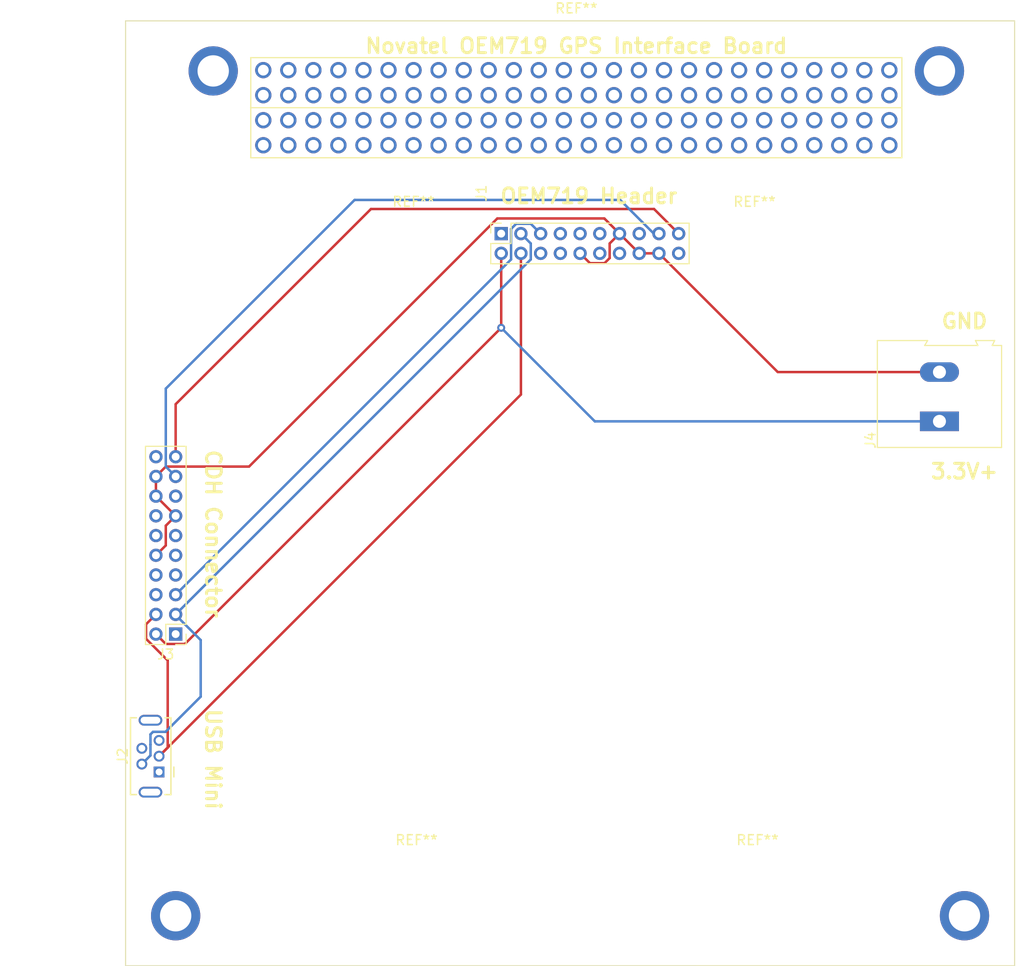
<source format=kicad_pcb>
(kicad_pcb (version 20171130) (host pcbnew "(5.1.6)-1")

  (general
    (thickness 1.6)
    (drawings 10)
    (tracks 62)
    (zones 0)
    (modules 9)
    (nets 32)
  )

  (page A4)
  (layers
    (0 F.Cu signal)
    (31 B.Cu signal)
    (32 B.Adhes user)
    (33 F.Adhes user)
    (34 B.Paste user)
    (35 F.Paste user)
    (36 B.SilkS user)
    (37 F.SilkS user)
    (38 B.Mask user)
    (39 F.Mask user)
    (40 Dwgs.User user)
    (41 Cmts.User user)
    (42 Eco1.User user)
    (43 Eco2.User user)
    (44 Edge.Cuts user)
    (45 Margin user)
    (46 B.CrtYd user)
    (47 F.CrtYd user)
    (48 B.Fab user)
    (49 F.Fab user)
  )

  (setup
    (last_trace_width 0.25)
    (trace_clearance 0.2)
    (zone_clearance 0.508)
    (zone_45_only no)
    (trace_min 0.2)
    (via_size 0.8)
    (via_drill 0.4)
    (via_min_size 0.4)
    (via_min_drill 0.3)
    (uvia_size 0.3)
    (uvia_drill 0.1)
    (uvias_allowed no)
    (uvia_min_size 0.2)
    (uvia_min_drill 0.1)
    (edge_width 0.05)
    (segment_width 0.2)
    (pcb_text_width 0.3)
    (pcb_text_size 1.5 1.5)
    (mod_edge_width 0.12)
    (mod_text_size 1 1)
    (mod_text_width 0.15)
    (pad_size 1.524 1.524)
    (pad_drill 0.762)
    (pad_to_mask_clearance 0.05)
    (aux_axis_origin 0 0)
    (visible_elements 7FFFFFFF)
    (pcbplotparams
      (layerselection 0x010fc_ffffffff)
      (usegerberextensions false)
      (usegerberattributes true)
      (usegerberadvancedattributes true)
      (creategerberjobfile true)
      (excludeedgelayer true)
      (linewidth 0.100000)
      (plotframeref false)
      (viasonmask false)
      (mode 1)
      (useauxorigin false)
      (hpglpennumber 1)
      (hpglpenspeed 20)
      (hpglpendiameter 15.000000)
      (psnegative false)
      (psa4output false)
      (plotreference true)
      (plotvalue true)
      (plotinvisibletext false)
      (padsonsilk false)
      (subtractmaskfromsilk false)
      (outputformat 1)
      (mirror false)
      (drillshape 0)
      (scaleselection 1)
      (outputdirectory "Gerbers/"))
  )

  (net 0 "")
  (net 1 "Net-(J1-Pad1)")
  (net 2 "Net-(J1-Pad2)")
  (net 3 "Net-(J1-Pad3)")
  (net 4 "Net-(J1-Pad4)")
  (net 5 "Net-(J1-Pad5)")
  (net 6 "Net-(J1-Pad6)")
  (net 7 "Net-(J1-Pad7)")
  (net 8 "Net-(J1-Pad8)")
  (net 9 "Net-(J1-Pad9)")
  (net 10 "Net-(J1-Pad10)")
  (net 11 "Net-(J1-Pad11)")
  (net 12 "Net-(J1-Pad12)")
  (net 13 "Net-(J1-Pad14)")
  (net 14 "Net-(J1-Pad15)")
  (net 15 "Net-(J1-Pad17)")
  (net 16 "Net-(J1-Pad19)")
  (net 17 "Net-(J1-Pad20)")
  (net 18 "Net-(J2-Pad1)")
  (net 19 "Net-(J2-Pad4)")
  (net 20 "Net-(J2-Pad5)")
  (net 21 "Net-(J2-Pad6)")
  (net 22 "Net-(J3-Pad1)")
  (net 23 "Net-(J3-Pad6)")
  (net 24 "Net-(J3-Pad7)")
  (net 25 "Net-(J3-Pad8)")
  (net 26 "Net-(J3-Pad9)")
  (net 27 "Net-(J3-Pad11)")
  (net 28 "Net-(J3-Pad12)")
  (net 29 "Net-(J3-Pad14)")
  (net 30 "Net-(J3-Pad15)")
  (net 31 "Net-(J3-Pad20)")

  (net_class Default "This is the default net class."
    (clearance 0.2)
    (trace_width 0.25)
    (via_dia 0.8)
    (via_drill 0.4)
    (uvia_dia 0.3)
    (uvia_drill 0.1)
    (add_net "Net-(J1-Pad1)")
    (add_net "Net-(J1-Pad10)")
    (add_net "Net-(J1-Pad11)")
    (add_net "Net-(J1-Pad12)")
    (add_net "Net-(J1-Pad14)")
    (add_net "Net-(J1-Pad15)")
    (add_net "Net-(J1-Pad17)")
    (add_net "Net-(J1-Pad19)")
    (add_net "Net-(J1-Pad2)")
    (add_net "Net-(J1-Pad20)")
    (add_net "Net-(J1-Pad3)")
    (add_net "Net-(J1-Pad4)")
    (add_net "Net-(J1-Pad5)")
    (add_net "Net-(J1-Pad6)")
    (add_net "Net-(J1-Pad7)")
    (add_net "Net-(J1-Pad8)")
    (add_net "Net-(J1-Pad9)")
    (add_net "Net-(J2-Pad1)")
    (add_net "Net-(J2-Pad4)")
    (add_net "Net-(J2-Pad5)")
    (add_net "Net-(J2-Pad6)")
    (add_net "Net-(J3-Pad1)")
    (add_net "Net-(J3-Pad11)")
    (add_net "Net-(J3-Pad12)")
    (add_net "Net-(J3-Pad14)")
    (add_net "Net-(J3-Pad15)")
    (add_net "Net-(J3-Pad20)")
    (add_net "Net-(J3-Pad6)")
    (add_net "Net-(J3-Pad7)")
    (add_net "Net-(J3-Pad8)")
    (add_net "Net-(J3-Pad9)")
  )

  (module "TSL Footprints:PC104_Card_Fixed" (layer F.Cu) (tedit 604BE4B7) (tstamp 60057601)
    (at 125.73 62.23)
    (fp_text reference REF** (at 45.72 -1.27) (layer F.SilkS)
      (effects (font (size 1 1) (thickness 0.15)))
    )
    (fp_text value "PC104 Card" (at 54.61 -1.27) (layer F.Fab)
      (effects (font (size 1 1) (thickness 0.15)))
    )
    (fp_line (start 78.74 13.89) (end 78.74 8.81) (layer F.SilkS) (width 0.12))
    (fp_line (start 12.7 13.89) (end 78.74 13.89) (layer F.SilkS) (width 0.12))
    (fp_line (start 12.7 8.81) (end 12.7 13.89) (layer F.SilkS) (width 0.12))
    (fp_line (start 12.7 8.81) (end 12.7 3.73) (layer F.SilkS) (width 0.12))
    (fp_line (start 78.74 8.81) (end 12.7 8.81) (layer F.SilkS) (width 0.12))
    (fp_line (start 78.74 3.73) (end 78.74 8.81) (layer F.SilkS) (width 0.12))
    (fp_line (start 12.7 3.73) (end 78.74 3.73) (layer F.SilkS) (width 0.12))
    (fp_line (start 0 0) (end 90.17 0) (layer F.SilkS) (width 0.12))
    (fp_line (start 90.17 0) (end 90.17 95.89) (layer F.SilkS) (width 0.12))
    (fp_line (start 0 0) (end 0 95.89) (layer F.SilkS) (width 0.12))
    (fp_line (start 0 95.89) (end 90.17 95.89) (layer F.SilkS) (width 0.12))
    (pad "" thru_hole circle (at 85.09 90.81) (size 5 5) (drill 3.18) (layers *.Cu *.Mask))
    (pad "" thru_hole circle (at 5.08 90.81) (size 5 5) (drill 3.18) (layers *.Cu *.Mask))
    (pad "" thru_hole circle (at 82.55 5.08) (size 5 5) (drill 3.18) (layers *.Cu *.Mask))
    (pad "" thru_hole circle (at 8.89 5.08) (size 5 5) (drill 3.18) (layers *.Cu *.Mask))
    (pad H2_1 thru_hole circle (at 13.97 7.54) (size 1.65 1.65) (drill 1.1) (layers *.Cu *.Mask))
    (pad H2_2 thru_hole circle (at 13.97 5) (size 1.65 1.65) (drill 1.1) (layers *.Cu *.Mask))
    (pad H2_3 thru_hole circle (at 16.51 7.54) (size 1.65 1.65) (drill 1.1) (layers *.Cu *.Mask))
    (pad H2_4 thru_hole circle (at 16.51 5) (size 1.65 1.65) (drill 1.1) (layers *.Cu *.Mask))
    (pad H2_5 thru_hole circle (at 19.05 7.54) (size 1.65 1.65) (drill 1.1) (layers *.Cu *.Mask))
    (pad H2_6 thru_hole circle (at 19.05 5) (size 1.65 1.65) (drill 1.1) (layers *.Cu *.Mask))
    (pad H2_7 thru_hole circle (at 21.59 7.54) (size 1.65 1.65) (drill 1.1) (layers *.Cu *.Mask))
    (pad H2_8 thru_hole circle (at 21.59 5) (size 1.65 1.65) (drill 1.1) (layers *.Cu *.Mask))
    (pad H2_9 thru_hole circle (at 24.13 7.54) (size 1.65 1.65) (drill 1.1) (layers *.Cu *.Mask))
    (pad H2_10 thru_hole circle (at 24.13 5) (size 1.65 1.65) (drill 1.1) (layers *.Cu *.Mask))
    (pad H2_11 thru_hole circle (at 26.67 7.54) (size 1.65 1.65) (drill 1.1) (layers *.Cu *.Mask))
    (pad H2_12 thru_hole circle (at 26.67 5) (size 1.65 1.65) (drill 1.1) (layers *.Cu *.Mask))
    (pad H2_13 thru_hole circle (at 29.21 7.54) (size 1.65 1.65) (drill 1.1) (layers *.Cu *.Mask))
    (pad H2_14 thru_hole circle (at 29.21 5) (size 1.65 1.65) (drill 1.1) (layers *.Cu *.Mask))
    (pad H2_15 thru_hole circle (at 31.75 7.54) (size 1.65 1.65) (drill 1.1) (layers *.Cu *.Mask))
    (pad H2_16 thru_hole circle (at 31.75 5) (size 1.65 1.65) (drill 1.1) (layers *.Cu *.Mask))
    (pad H2_17 thru_hole circle (at 34.29 7.54) (size 1.65 1.65) (drill 1.1) (layers *.Cu *.Mask))
    (pad H2_18 thru_hole circle (at 34.29 5) (size 1.65 1.65) (drill 1.1) (layers *.Cu *.Mask))
    (pad H2_19 thru_hole circle (at 36.83 7.54) (size 1.65 1.65) (drill 1.1) (layers *.Cu *.Mask))
    (pad H2_20 thru_hole circle (at 36.83 5) (size 1.65 1.65) (drill 1.1) (layers *.Cu *.Mask))
    (pad H2_21 thru_hole circle (at 39.37 7.54) (size 1.65 1.65) (drill 1.1) (layers *.Cu *.Mask))
    (pad H2_22 thru_hole circle (at 39.37 5) (size 1.65 1.65) (drill 1.1) (layers *.Cu *.Mask))
    (pad H2_23 thru_hole circle (at 41.91 7.54) (size 1.65 1.65) (drill 1.1) (layers *.Cu *.Mask))
    (pad H2_24 thru_hole circle (at 41.91 5) (size 1.65 1.65) (drill 1.1) (layers *.Cu *.Mask))
    (pad H2_25 thru_hole circle (at 44.45 7.54) (size 1.65 1.65) (drill 1.1) (layers *.Cu *.Mask))
    (pad H2_26 thru_hole circle (at 44.45 5) (size 1.65 1.65) (drill 1.1) (layers *.Cu *.Mask))
    (pad H2_27 thru_hole circle (at 46.99 7.54) (size 1.65 1.65) (drill 1.1) (layers *.Cu *.Mask))
    (pad H2_28 thru_hole circle (at 46.99 5) (size 1.65 1.65) (drill 1.1) (layers *.Cu *.Mask))
    (pad H2_29 thru_hole circle (at 49.53 7.54) (size 1.65 1.65) (drill 1.1) (layers *.Cu *.Mask))
    (pad H2_30 thru_hole circle (at 49.53 5) (size 1.65 1.65) (drill 1.1) (layers *.Cu *.Mask))
    (pad H2_31 thru_hole circle (at 52.07 7.54) (size 1.65 1.65) (drill 1.1) (layers *.Cu *.Mask))
    (pad H2_32 thru_hole circle (at 52.07 5) (size 1.65 1.65) (drill 1.1) (layers *.Cu *.Mask))
    (pad H2_33 thru_hole circle (at 54.61 7.54) (size 1.65 1.65) (drill 1.1) (layers *.Cu *.Mask))
    (pad H2_34 thru_hole circle (at 54.61 5) (size 1.65 1.65) (drill 1.1) (layers *.Cu *.Mask))
    (pad H2_35 thru_hole circle (at 57.15 7.54) (size 1.65 1.65) (drill 1.1) (layers *.Cu *.Mask))
    (pad H2_36 thru_hole circle (at 57.15 5) (size 1.65 1.65) (drill 1.1) (layers *.Cu *.Mask))
    (pad H2_37 thru_hole circle (at 59.69 7.54) (size 1.65 1.65) (drill 1.1) (layers *.Cu *.Mask))
    (pad H2_38 thru_hole circle (at 59.69 5) (size 1.65 1.65) (drill 1.1) (layers *.Cu *.Mask))
    (pad H2_39 thru_hole circle (at 62.23 7.54) (size 1.65 1.65) (drill 1.1) (layers *.Cu *.Mask))
    (pad H2_40 thru_hole circle (at 62.23 5) (size 1.65 1.65) (drill 1.1) (layers *.Cu *.Mask))
    (pad H2_41 thru_hole circle (at 64.77 7.54) (size 1.65 1.65) (drill 1.1) (layers *.Cu *.Mask))
    (pad H2_42 thru_hole circle (at 64.77 5) (size 1.65 1.65) (drill 1.1) (layers *.Cu *.Mask))
    (pad H2_43 thru_hole circle (at 67.31 7.54) (size 1.65 1.65) (drill 1.1) (layers *.Cu *.Mask))
    (pad H2_44 thru_hole circle (at 67.31 5) (size 1.65 1.65) (drill 1.1) (layers *.Cu *.Mask))
    (pad H2_45 thru_hole circle (at 69.85 7.54) (size 1.65 1.65) (drill 1.1) (layers *.Cu *.Mask))
    (pad H2_46 thru_hole circle (at 69.85 5) (size 1.65 1.65) (drill 1.1) (layers *.Cu *.Mask))
    (pad H2_47 thru_hole circle (at 72.39 7.54) (size 1.65 1.65) (drill 1.1) (layers *.Cu *.Mask))
    (pad H2_48 thru_hole circle (at 72.39 5) (size 1.65 1.65) (drill 1.1) (layers *.Cu *.Mask))
    (pad H2_49 thru_hole circle (at 74.93 7.54) (size 1.65 1.65) (drill 1.1) (layers *.Cu *.Mask))
    (pad H2_50 thru_hole circle (at 74.93 5) (size 1.65 1.65) (drill 1.1) (layers *.Cu *.Mask))
    (pad H2_51 thru_hole circle (at 77.47 7.54) (size 1.65 1.65) (drill 1.1) (layers *.Cu *.Mask))
    (pad H2_52 thru_hole circle (at 77.47 5) (size 1.65 1.65) (drill 1.1) (layers *.Cu *.Mask))
    (pad H1_51 thru_hole circle (at 77.47 12.62) (size 1.65 1.65) (drill 1.1) (layers *.Cu *.Mask))
    (pad H1_41 thru_hole circle (at 64.77 12.62) (size 1.65 1.65) (drill 1.1) (layers *.Cu *.Mask))
    (pad H1_40 thru_hole circle (at 62.23 10.08) (size 1.65 1.65) (drill 1.1) (layers *.Cu *.Mask))
    (pad H1_42 thru_hole circle (at 64.77 10.08) (size 1.65 1.65) (drill 1.1) (layers *.Cu *.Mask))
    (pad H1_44 thru_hole circle (at 67.31 10.08) (size 1.65 1.65) (drill 1.1) (layers *.Cu *.Mask))
    (pad H1_43 thru_hole circle (at 67.31 12.62) (size 1.65 1.65) (drill 1.1) (layers *.Cu *.Mask))
    (pad H1_45 thru_hole circle (at 69.85 12.62) (size 1.65 1.65) (drill 1.1) (layers *.Cu *.Mask))
    (pad H1_46 thru_hole circle (at 69.85 10.08) (size 1.65 1.65) (drill 1.1) (layers *.Cu *.Mask))
    (pad H1_47 thru_hole circle (at 72.39 12.62) (size 1.65 1.65) (drill 1.1) (layers *.Cu *.Mask))
    (pad H1_48 thru_hole circle (at 72.39 10.08) (size 1.65 1.65) (drill 1.1) (layers *.Cu *.Mask))
    (pad H1_49 thru_hole circle (at 74.93 12.62) (size 1.65 1.65) (drill 1.1) (layers *.Cu *.Mask))
    (pad H1_50 thru_hole circle (at 74.93 10.08) (size 1.65 1.65) (drill 1.1) (layers *.Cu *.Mask))
    (pad H1_1 thru_hole circle (at 13.97 12.62) (size 1.65 1.65) (drill 1.1) (layers *.Cu *.Mask))
    (pad H1_23 thru_hole circle (at 41.91 12.62) (size 1.65 1.65) (drill 1.1) (layers *.Cu *.Mask))
    (pad H1_24 thru_hole circle (at 41.91 10.08) (size 1.65 1.65) (drill 1.1) (layers *.Cu *.Mask))
    (pad H1_7 thru_hole circle (at 21.59 12.62) (size 1.65 1.65) (drill 1.1) (layers *.Cu *.Mask))
    (pad H1_10 thru_hole circle (at 24.13 10.08) (size 1.65 1.65) (drill 1.1) (layers *.Cu *.Mask))
    (pad H1_25 thru_hole circle (at 44.45 12.62) (size 1.65 1.65) (drill 1.1) (layers *.Cu *.Mask))
    (pad H1_26 thru_hole circle (at 44.45 10.08) (size 1.65 1.65) (drill 1.1) (layers *.Cu *.Mask))
    (pad H1_17 thru_hole circle (at 34.29 12.62) (size 1.65 1.65) (drill 1.1) (layers *.Cu *.Mask))
    (pad H1_19 thru_hole circle (at 36.83 12.62) (size 1.65 1.65) (drill 1.1) (layers *.Cu *.Mask))
    (pad H1_20 thru_hole circle (at 36.83 10.08) (size 1.65 1.65) (drill 1.1) (layers *.Cu *.Mask))
    (pad H1_3 thru_hole circle (at 16.51 12.62) (size 1.65 1.65) (drill 1.1) (layers *.Cu *.Mask))
    (pad H1_6 thru_hole circle (at 19.05 10.08) (size 1.65 1.65) (drill 1.1) (layers *.Cu *.Mask))
    (pad H1_15 thru_hole circle (at 31.75 12.62) (size 1.65 1.65) (drill 1.1) (layers *.Cu *.Mask))
    (pad H1_21 thru_hole circle (at 39.37 12.62) (size 1.65 1.65) (drill 1.1) (layers *.Cu *.Mask))
    (pad H1_13 thru_hole circle (at 29.21 12.62) (size 1.65 1.65) (drill 1.1) (layers *.Cu *.Mask))
    (pad H1_18 thru_hole circle (at 34.29 10.08) (size 1.65 1.65) (drill 1.1) (layers *.Cu *.Mask))
    (pad H1_2 thru_hole circle (at 13.97 10.08) (size 1.65 1.65) (drill 1.1) (layers *.Cu *.Mask))
    (pad H1_4 thru_hole circle (at 16.51 10.08) (size 1.65 1.65) (drill 1.1) (layers *.Cu *.Mask))
    (pad H1_9 thru_hole circle (at 24.13 12.62) (size 1.65 1.65) (drill 1.1) (layers *.Cu *.Mask))
    (pad H1_22 thru_hole circle (at 39.37 10.08) (size 1.65 1.65) (drill 1.1) (layers *.Cu *.Mask))
    (pad H1_12 thru_hole circle (at 26.67 10.08) (size 1.65 1.65) (drill 1.1) (layers *.Cu *.Mask))
    (pad H1_14 thru_hole circle (at 29.21 10.08) (size 1.65 1.65) (drill 1.1) (layers *.Cu *.Mask))
    (pad H1_16 thru_hole circle (at 31.75 10.08) (size 1.65 1.65) (drill 1.1) (layers *.Cu *.Mask))
    (pad H1_8 thru_hole circle (at 21.59 10.08) (size 1.65 1.65) (drill 1.1) (layers *.Cu *.Mask))
    (pad H1_11 thru_hole circle (at 26.67 12.62) (size 1.65 1.65) (drill 1.1) (layers *.Cu *.Mask))
    (pad H1_5 thru_hole circle (at 19.05 12.62) (size 1.65 1.65) (drill 1.1) (layers *.Cu *.Mask))
    (pad H1_27 thru_hole circle (at 46.99 12.62) (size 1.65 1.65) (drill 1.1) (layers *.Cu *.Mask))
    (pad H1_28 thru_hole circle (at 46.99 10.08) (size 1.65 1.65) (drill 1.1) (layers *.Cu *.Mask))
    (pad H1_30 thru_hole circle (at 49.53 10.08) (size 1.65 1.65) (drill 1.1) (layers *.Cu *.Mask))
    (pad H1_29 thru_hole circle (at 49.53 12.62) (size 1.65 1.65) (drill 1.1) (layers *.Cu *.Mask))
    (pad H1_31 thru_hole circle (at 52.07 12.62) (size 1.65 1.65) (drill 1.1) (layers *.Cu *.Mask))
    (pad H1_32 thru_hole circle (at 52.07 10.08) (size 1.65 1.65) (drill 1.1) (layers *.Cu *.Mask))
    (pad H1_33 thru_hole circle (at 54.61 12.62) (size 1.65 1.65) (drill 1.1) (layers *.Cu *.Mask))
    (pad H1_35 thru_hole circle (at 57.15 12.62) (size 1.65 1.65) (drill 1.1) (layers *.Cu *.Mask))
    (pad H1_34 thru_hole circle (at 54.61 10.08) (size 1.65 1.65) (drill 1.1) (layers *.Cu *.Mask))
    (pad H1_36 thru_hole circle (at 57.15 10.08) (size 1.65 1.65) (drill 1.1) (layers *.Cu *.Mask))
    (pad H1_37 thru_hole circle (at 59.69 12.62) (size 1.65 1.65) (drill 1.1) (layers *.Cu *.Mask))
    (pad H1_38 thru_hole circle (at 59.69 10.08) (size 1.65 1.65) (drill 1.1) (layers *.Cu *.Mask))
    (pad H1_39 thru_hole circle (at 62.23 12.62) (size 1.65 1.65) (drill 1.1) (layers *.Cu *.Mask))
    (pad H1_52 thru_hole circle (at 77.47 10.08) (size 1.65 1.65) (drill 1.1) (layers *.Cu *.Mask))
  )

  (module Socket_Strips:Socket_Strip_Straight_2x10_Pitch2.00mm (layer F.Cu) (tedit 58CD5450) (tstamp 60610AB3)
    (at 163.83 83.82 90)
    (descr "Through hole straight socket strip, 2x10, 2.00mm pitch, double rows")
    (tags "Through hole socket strip THT 2x10 2.00mm double row")
    (path /6005BB7D)
    (fp_text reference J1 (at 4.1 -2 90) (layer F.SilkS)
      (effects (font (size 1 1) (thickness 0.15)))
    )
    (fp_text value "OEM719 Main Header" (at 4.1 20 90) (layer F.Fab)
      (effects (font (size 1 1) (thickness 0.15)))
    )
    (fp_line (start 1.5 -1.5) (end -3.5 -1.5) (layer F.CrtYd) (width 0.05))
    (fp_line (start 1.5 19.5) (end 1.5 -1.5) (layer F.CrtYd) (width 0.05))
    (fp_line (start -3.5 19.5) (end 1.5 19.5) (layer F.CrtYd) (width 0.05))
    (fp_line (start -3.5 -1.5) (end -3.5 19.5) (layer F.CrtYd) (width 0.05))
    (fp_line (start 1.06 -1.06) (end 0.06 -1.06) (layer F.SilkS) (width 0.12))
    (fp_line (start 1.06 0) (end 1.06 -1.06) (layer F.SilkS) (width 0.12))
    (fp_line (start -1 1) (end 1.06 1) (layer F.SilkS) (width 0.12))
    (fp_line (start -1 -1.06) (end -1 1) (layer F.SilkS) (width 0.12))
    (fp_line (start -3.06 -1.06) (end -1 -1.06) (layer F.SilkS) (width 0.12))
    (fp_line (start -3.06 19.06) (end -3.06 -1.06) (layer F.SilkS) (width 0.12))
    (fp_line (start 1.06 19.06) (end -3.06 19.06) (layer F.SilkS) (width 0.12))
    (fp_line (start 1.06 1) (end 1.06 19.06) (layer F.SilkS) (width 0.12))
    (fp_line (start 1 -1) (end -3 -1) (layer F.Fab) (width 0.1))
    (fp_line (start 1 19) (end 1 -1) (layer F.Fab) (width 0.1))
    (fp_line (start -3 19) (end 1 19) (layer F.Fab) (width 0.1))
    (fp_line (start -3 -1) (end -3 19) (layer F.Fab) (width 0.1))
    (fp_text user %R (at 4.25 9) (layer F.Fab)
      (effects (font (size 0.9 0.9) (thickness 0.135)))
    )
    (pad 20 thru_hole oval (at -2 18 90) (size 1.35 1.35) (drill 0.8) (layers *.Cu *.Mask)
      (net 17 "Net-(J1-Pad20)"))
    (pad 19 thru_hole oval (at 0 18 90) (size 1.35 1.35) (drill 0.8) (layers *.Cu *.Mask)
      (net 16 "Net-(J1-Pad19)"))
    (pad 18 thru_hole oval (at -2 16 90) (size 1.35 1.35) (drill 0.8) (layers *.Cu *.Mask)
      (net 10 "Net-(J1-Pad10)"))
    (pad 17 thru_hole oval (at 0 16 90) (size 1.35 1.35) (drill 0.8) (layers *.Cu *.Mask)
      (net 15 "Net-(J1-Pad17)"))
    (pad 16 thru_hole oval (at -2 14 90) (size 1.35 1.35) (drill 0.8) (layers *.Cu *.Mask)
      (net 10 "Net-(J1-Pad10)"))
    (pad 15 thru_hole oval (at 0 14 90) (size 1.35 1.35) (drill 0.8) (layers *.Cu *.Mask)
      (net 14 "Net-(J1-Pad15)"))
    (pad 14 thru_hole oval (at -2 12 90) (size 1.35 1.35) (drill 0.8) (layers *.Cu *.Mask)
      (net 13 "Net-(J1-Pad14)"))
    (pad 13 thru_hole oval (at 0 12 90) (size 1.35 1.35) (drill 0.8) (layers *.Cu *.Mask)
      (net 10 "Net-(J1-Pad10)"))
    (pad 12 thru_hole oval (at -2 10 90) (size 1.35 1.35) (drill 0.8) (layers *.Cu *.Mask)
      (net 12 "Net-(J1-Pad12)"))
    (pad 11 thru_hole oval (at 0 10 90) (size 1.35 1.35) (drill 0.8) (layers *.Cu *.Mask)
      (net 11 "Net-(J1-Pad11)"))
    (pad 10 thru_hole oval (at -2 8 90) (size 1.35 1.35) (drill 0.8) (layers *.Cu *.Mask)
      (net 10 "Net-(J1-Pad10)"))
    (pad 9 thru_hole oval (at 0 8 90) (size 1.35 1.35) (drill 0.8) (layers *.Cu *.Mask)
      (net 9 "Net-(J1-Pad9)"))
    (pad 8 thru_hole oval (at -2 6 90) (size 1.35 1.35) (drill 0.8) (layers *.Cu *.Mask)
      (net 8 "Net-(J1-Pad8)"))
    (pad 7 thru_hole oval (at 0 6 90) (size 1.35 1.35) (drill 0.8) (layers *.Cu *.Mask)
      (net 7 "Net-(J1-Pad7)"))
    (pad 6 thru_hole oval (at -2 4 90) (size 1.35 1.35) (drill 0.8) (layers *.Cu *.Mask)
      (net 6 "Net-(J1-Pad6)"))
    (pad 5 thru_hole oval (at 0 4 90) (size 1.35 1.35) (drill 0.8) (layers *.Cu *.Mask)
      (net 5 "Net-(J1-Pad5)"))
    (pad 4 thru_hole oval (at -2 2 90) (size 1.35 1.35) (drill 0.8) (layers *.Cu *.Mask)
      (net 4 "Net-(J1-Pad4)"))
    (pad 3 thru_hole oval (at 0 2 90) (size 1.35 1.35) (drill 0.8) (layers *.Cu *.Mask)
      (net 3 "Net-(J1-Pad3)"))
    (pad 2 thru_hole oval (at -2 0 90) (size 1.35 1.35) (drill 0.8) (layers *.Cu *.Mask)
      (net 2 "Net-(J1-Pad2)"))
    (pad 1 thru_hole rect (at 0 0 90) (size 1.35 1.35) (drill 0.8) (layers *.Cu *.Mask)
      (net 1 "Net-(J1-Pad1)"))
    (model ${KISYS3DMOD}/Socket_Strips.3dshapes/Socket_Strip_Straight_2x10_Pitch2.00mm.wrl
      (at (xyz 0 0 0))
      (scale (xyz 1 1 1))
      (rotate (xyz 0 0 0))
    )
  )

  (module MountingHole:MountingHole_3.5mm (layer F.Cu) (tedit 56D1B4CB) (tstamp 600588E8)
    (at 189.83 149.86)
    (descr "Mounting Hole 3.5mm, no annular")
    (tags "mounting hole 3.5mm no annular")
    (attr virtual)
    (fp_text reference REF** (at 0 -4.5) (layer F.SilkS)
      (effects (font (size 1 1) (thickness 0.15)))
    )
    (fp_text value MountingHole_3.5mm (at 0 4.5) (layer F.Fab)
      (effects (font (size 1 1) (thickness 0.15)))
    )
    (fp_circle (center 0 0) (end 3.5 0) (layer Cmts.User) (width 0.15))
    (fp_circle (center 0 0) (end 3.75 0) (layer F.CrtYd) (width 0.05))
    (fp_text user %R (at 0.3 0) (layer F.Fab)
      (effects (font (size 1 1) (thickness 0.15)))
    )
    (pad 1 np_thru_hole circle (at 0 0) (size 3.5 3.5) (drill 3.5) (layers *.Cu *.Mask))
  )

  (module MountingHole:MountingHole_3.5mm (layer F.Cu) (tedit 56D1B4CB) (tstamp 600588CB)
    (at 155.24 149.86)
    (descr "Mounting Hole 3.5mm, no annular")
    (tags "mounting hole 3.5mm no annular")
    (attr virtual)
    (fp_text reference REF** (at 0 -4.5) (layer F.SilkS)
      (effects (font (size 1 1) (thickness 0.15)))
    )
    (fp_text value MountingHole_3.5mm (at 0 4.5) (layer F.Fab)
      (effects (font (size 1 1) (thickness 0.15)))
    )
    (fp_circle (center 0 0) (end 3.5 0) (layer Cmts.User) (width 0.15))
    (fp_circle (center 0 0) (end 3.75 0) (layer F.CrtYd) (width 0.05))
    (fp_text user %R (at 0.3 0) (layer F.Fab)
      (effects (font (size 1 1) (thickness 0.15)))
    )
    (pad 1 np_thru_hole circle (at 0 0) (size 3.5 3.5) (drill 3.5) (layers *.Cu *.Mask))
  )

  (module MountingHole:MountingHole_3.5mm (layer F.Cu) (tedit 56D1B4CB) (tstamp 600588AE)
    (at 189.53 85.09)
    (descr "Mounting Hole 3.5mm, no annular")
    (tags "mounting hole 3.5mm no annular")
    (attr virtual)
    (fp_text reference REF** (at 0 -4.5) (layer F.SilkS)
      (effects (font (size 1 1) (thickness 0.15)))
    )
    (fp_text value MountingHole_3.5mm (at 0 4.5) (layer F.Fab)
      (effects (font (size 1 1) (thickness 0.15)))
    )
    (fp_circle (center 0 0) (end 3.5 0) (layer Cmts.User) (width 0.15))
    (fp_circle (center 0 0) (end 3.75 0) (layer F.CrtYd) (width 0.05))
    (fp_text user %R (at 0.3 0) (layer F.Fab)
      (effects (font (size 1 1) (thickness 0.15)))
    )
    (pad 1 np_thru_hole circle (at 0 0) (size 3.5 3.5) (drill 3.5) (layers *.Cu *.Mask))
  )

  (module MountingHole:MountingHole_3.5mm (layer F.Cu) (tedit 56D1B4CB) (tstamp 60058891)
    (at 154.94 85.09)
    (descr "Mounting Hole 3.5mm, no annular")
    (tags "mounting hole 3.5mm no annular")
    (attr virtual)
    (fp_text reference REF** (at 0 -4.5) (layer F.SilkS)
      (effects (font (size 1 1) (thickness 0.15)))
    )
    (fp_text value MountingHole_3.5mm (at 0 4.5) (layer F.Fab)
      (effects (font (size 1 1) (thickness 0.15)))
    )
    (fp_circle (center 0 0) (end 3.5 0) (layer Cmts.User) (width 0.15))
    (fp_circle (center 0 0) (end 3.75 0) (layer F.CrtYd) (width 0.05))
    (fp_text user %R (at 0.3 0) (layer F.Fab)
      (effects (font (size 1 1) (thickness 0.15)))
    )
    (pad 1 np_thru_hole circle (at 0 0) (size 3.5 3.5) (drill 3.5) (layers *.Cu *.Mask))
  )

  (module Connector_USB:USB_Mini-B_Tensility_54-00023_Vertical (layer F.Cu) (tedit 5A24F112) (tstamp 600570C3)
    (at 129.13 138.45 90)
    (descr http://www.tensility.com/pdffiles/54-00023.pdf)
    (tags "usb mini receptacle vertical")
    (path /6005C98A)
    (fp_text reference J2 (at 1.6 -3.7 90) (layer F.SilkS)
      (effects (font (size 1 1) (thickness 0.15)))
    )
    (fp_text value USB_B_Mini (at 1.5 2.2 90) (layer F.Fab)
      (effects (font (size 1 1) (thickness 0.15)))
    )
    (fp_line (start 5.5 -2.9) (end 5.5 -2.3) (layer F.SilkS) (width 0.15))
    (fp_line (start 6 -3.2) (end -2.8 -3.2) (layer F.CrtYd) (width 0.05))
    (fp_line (start 6 1.5) (end 6 -3.2) (layer F.CrtYd) (width 0.05))
    (fp_line (start -2.8 1.5) (end 6 1.5) (layer F.CrtYd) (width 0.05))
    (fp_line (start -2.8 -3.2) (end -2.8 1.5) (layer F.CrtYd) (width 0.05))
    (fp_line (start -2.3 -2.3) (end -2.3 -2.9) (layer F.SilkS) (width 0.15))
    (fp_line (start 5.5 1.2) (end 5.5 0.6) (layer F.SilkS) (width 0.15))
    (fp_line (start -2.3 1.2) (end 5.5 1.2) (layer F.SilkS) (width 0.15))
    (fp_line (start -2.3 0.6) (end -2.3 1.2) (layer F.SilkS) (width 0.15))
    (fp_line (start -2.3 -2.9) (end 5.5 -2.9) (layer F.SilkS) (width 0.15))
    (fp_line (start -2 0.9) (end -2 -2.6) (layer F.Fab) (width 0.15))
    (fp_line (start 5.2 -2.6) (end -2 -2.6) (layer F.Fab) (width 0.15))
    (fp_line (start 5.2 -2.6) (end 5.2 0.9) (layer F.Fab) (width 0.15))
    (fp_line (start 0.7 0.9) (end 5.2 0.9) (layer F.Fab) (width 0.15))
    (fp_line (start 0 0.2) (end 0.7 0.9) (layer F.Fab) (width 0.15))
    (fp_line (start -0.7 0.9) (end 0 0.2) (layer F.Fab) (width 0.15))
    (fp_line (start -2 0.9) (end -0.7 0.9) (layer F.Fab) (width 0.15))
    (fp_line (start -0.5 1.5) (end 0.5 1.5) (layer F.SilkS) (width 0.15))
    (fp_text user %R (at 1.5 -1 90) (layer F.Fab)
      (effects (font (size 1 1) (thickness 0.15)))
    )
    (pad 1 thru_hole rect (at 0 0 90) (size 1.1 1.1) (drill 0.7) (layers *.Cu *.Mask)
      (net 18 "Net-(J2-Pad1)"))
    (pad 2 thru_hole circle (at 0.8 -1.75 90) (size 1.1 1.1) (drill 0.7) (layers *.Cu *.Mask)
      (net 3 "Net-(J1-Pad3)"))
    (pad 3 thru_hole circle (at 1.6 0 90) (size 1.1 1.1) (drill 0.7) (layers *.Cu *.Mask)
      (net 4 "Net-(J1-Pad4)"))
    (pad 4 thru_hole circle (at 2.4 -1.75 90) (size 1.1 1.1) (drill 0.7) (layers *.Cu *.Mask)
      (net 19 "Net-(J2-Pad4)"))
    (pad 5 thru_hole circle (at 3.2 0 90) (size 1.1 1.1) (drill 0.7) (layers *.Cu *.Mask)
      (net 20 "Net-(J2-Pad5)"))
    (pad 6 thru_hole oval (at -2.05 -0.875 90) (size 1.1 2.4) (drill oval 0.7 2) (layers *.Cu *.Mask)
      (net 21 "Net-(J2-Pad6)"))
    (pad 6 thru_hole oval (at 5.25 -0.875 90) (size 1.1 2.4) (drill oval 0.7 2) (layers *.Cu *.Mask)
      (net 21 "Net-(J2-Pad6)"))
    (model ${KISYS3DMOD}/Connector_USB.3dshapes/USB_Mini-B_Tensility_54-00023_Vertical.wrl
      (at (xyz 0 0 0))
      (scale (xyz 1 1 1))
      (rotate (xyz 0 0 0))
    )
  )

  (module TerminalBlock:TerminalBlock_Altech_AK300-2_P5.00mm (layer F.Cu) (tedit 59FF0306) (tstamp 6005712A)
    (at 208.28 102.87 90)
    (descr "Altech AK300 terminal block, pitch 5.0mm, 45 degree angled, see http://www.mouser.com/ds/2/16/PCBMETRC-24178.pdf")
    (tags "Altech AK300 terminal block pitch 5.0mm")
    (path /6005D81A)
    (fp_text reference J4 (at -1.92 -6.99 90) (layer F.SilkS)
      (effects (font (size 1 1) (thickness 0.15)))
    )
    (fp_text value "Power Terminal" (at 2.78 7.75 90) (layer F.Fab)
      (effects (font (size 1 1) (thickness 0.15)))
    )
    (fp_line (start 8.36 6.47) (end -2.83 6.47) (layer F.CrtYd) (width 0.05))
    (fp_line (start 8.36 6.47) (end 8.36 -6.47) (layer F.CrtYd) (width 0.05))
    (fp_line (start -2.83 -6.47) (end -2.83 6.47) (layer F.CrtYd) (width 0.05))
    (fp_line (start -2.83 -6.47) (end 8.36 -6.47) (layer F.CrtYd) (width 0.05))
    (fp_line (start 3.36 -0.25) (end 6.67 -0.25) (layer F.Fab) (width 0.1))
    (fp_line (start 2.98 -0.25) (end 3.36 -0.25) (layer F.Fab) (width 0.1))
    (fp_line (start 7.05 -0.25) (end 6.67 -0.25) (layer F.Fab) (width 0.1))
    (fp_line (start 6.67 -0.64) (end 3.36 -0.64) (layer F.Fab) (width 0.1))
    (fp_line (start 7.61 -0.64) (end 6.67 -0.64) (layer F.Fab) (width 0.1))
    (fp_line (start 1.66 -0.64) (end 3.36 -0.64) (layer F.Fab) (width 0.1))
    (fp_line (start -1.64 -0.64) (end 1.66 -0.64) (layer F.Fab) (width 0.1))
    (fp_line (start -2.58 -0.64) (end -1.64 -0.64) (layer F.Fab) (width 0.1))
    (fp_line (start 1.66 -0.25) (end -1.64 -0.25) (layer F.Fab) (width 0.1))
    (fp_line (start 2.04 -0.25) (end 1.66 -0.25) (layer F.Fab) (width 0.1))
    (fp_line (start -2.02 -0.25) (end -1.64 -0.25) (layer F.Fab) (width 0.1))
    (fp_line (start -1.49 -4.32) (end 1.56 -4.95) (layer F.Fab) (width 0.1))
    (fp_line (start -1.62 -4.45) (end 1.44 -5.08) (layer F.Fab) (width 0.1))
    (fp_line (start 3.52 -4.32) (end 6.56 -4.95) (layer F.Fab) (width 0.1))
    (fp_line (start 3.39 -4.45) (end 6.44 -5.08) (layer F.Fab) (width 0.1))
    (fp_line (start 2.04 -5.97) (end -2.02 -5.97) (layer F.Fab) (width 0.1))
    (fp_line (start -2.02 -3.43) (end -2.02 -5.97) (layer F.Fab) (width 0.1))
    (fp_line (start 2.04 -3.43) (end -2.02 -3.43) (layer F.Fab) (width 0.1))
    (fp_line (start 2.04 -3.43) (end 2.04 -5.97) (layer F.Fab) (width 0.1))
    (fp_line (start 7.05 -3.43) (end 2.98 -3.43) (layer F.Fab) (width 0.1))
    (fp_line (start 7.05 -5.97) (end 7.05 -3.43) (layer F.Fab) (width 0.1))
    (fp_line (start 2.98 -5.97) (end 7.05 -5.97) (layer F.Fab) (width 0.1))
    (fp_line (start 2.98 -3.43) (end 2.98 -5.97) (layer F.Fab) (width 0.1))
    (fp_line (start 7.61 -3.17) (end 7.61 -1.65) (layer F.Fab) (width 0.1))
    (fp_line (start -2.58 -3.17) (end -2.58 -6.22) (layer F.Fab) (width 0.1))
    (fp_line (start -2.58 -3.17) (end 7.61 -3.17) (layer F.Fab) (width 0.1))
    (fp_line (start 7.61 -0.64) (end 7.61 4.06) (layer F.Fab) (width 0.1))
    (fp_line (start 7.61 -1.65) (end 7.61 -0.64) (layer F.Fab) (width 0.1))
    (fp_line (start -2.58 -0.64) (end -2.58 -3.17) (layer F.Fab) (width 0.1))
    (fp_line (start -2.58 6.22) (end -2.58 -0.64) (layer F.Fab) (width 0.1))
    (fp_line (start 6.67 0.51) (end 6.28 0.51) (layer F.Fab) (width 0.1))
    (fp_line (start 3.36 0.51) (end 3.74 0.51) (layer F.Fab) (width 0.1))
    (fp_line (start 1.66 0.51) (end 1.28 0.51) (layer F.Fab) (width 0.1))
    (fp_line (start -1.64 0.51) (end -1.26 0.51) (layer F.Fab) (width 0.1))
    (fp_line (start -1.64 3.68) (end -1.64 0.51) (layer F.Fab) (width 0.1))
    (fp_line (start 1.66 3.68) (end -1.64 3.68) (layer F.Fab) (width 0.1))
    (fp_line (start 1.66 3.68) (end 1.66 0.51) (layer F.Fab) (width 0.1))
    (fp_line (start 3.36 3.68) (end 3.36 0.51) (layer F.Fab) (width 0.1))
    (fp_line (start 6.67 3.68) (end 3.36 3.68) (layer F.Fab) (width 0.1))
    (fp_line (start 6.67 3.68) (end 6.67 0.51) (layer F.Fab) (width 0.1))
    (fp_line (start -2.02 4.32) (end -2.02 6.22) (layer F.Fab) (width 0.1))
    (fp_line (start 2.04 4.32) (end 2.04 -0.25) (layer F.Fab) (width 0.1))
    (fp_line (start 2.04 4.32) (end -2.02 4.32) (layer F.Fab) (width 0.1))
    (fp_line (start 7.05 4.32) (end 7.05 6.22) (layer F.Fab) (width 0.1))
    (fp_line (start 2.98 4.32) (end 2.98 -0.25) (layer F.Fab) (width 0.1))
    (fp_line (start 2.98 4.32) (end 7.05 4.32) (layer F.Fab) (width 0.1))
    (fp_line (start -2.02 6.22) (end 2.04 6.22) (layer F.Fab) (width 0.1))
    (fp_line (start -2.58 6.22) (end -2.02 6.22) (layer F.Fab) (width 0.1))
    (fp_line (start -2.02 -0.25) (end -2.02 4.32) (layer F.Fab) (width 0.1))
    (fp_line (start 2.04 6.22) (end 2.98 6.22) (layer F.Fab) (width 0.1))
    (fp_line (start 2.04 6.22) (end 2.04 4.32) (layer F.Fab) (width 0.1))
    (fp_line (start 7.05 6.22) (end 7.61 6.22) (layer F.Fab) (width 0.1))
    (fp_line (start 2.98 6.22) (end 7.05 6.22) (layer F.Fab) (width 0.1))
    (fp_line (start 7.05 -0.25) (end 7.05 4.32) (layer F.Fab) (width 0.1))
    (fp_line (start 2.98 6.22) (end 2.98 4.32) (layer F.Fab) (width 0.1))
    (fp_line (start 8.11 3.81) (end 8.11 5.46) (layer F.Fab) (width 0.1))
    (fp_line (start 7.61 4.06) (end 7.61 5.21) (layer F.Fab) (width 0.1))
    (fp_line (start 8.11 3.81) (end 7.61 4.06) (layer F.Fab) (width 0.1))
    (fp_line (start 7.61 5.21) (end 7.61 6.22) (layer F.Fab) (width 0.1))
    (fp_line (start 8.11 5.46) (end 7.61 5.21) (layer F.Fab) (width 0.1))
    (fp_line (start 8.11 -1.4) (end 7.61 -1.65) (layer F.Fab) (width 0.1))
    (fp_line (start 8.11 -6.22) (end 8.11 -1.4) (layer F.Fab) (width 0.1))
    (fp_line (start 7.61 -6.22) (end 8.11 -6.22) (layer F.Fab) (width 0.1))
    (fp_line (start 7.61 -6.22) (end -2.58 -6.22) (layer F.Fab) (width 0.1))
    (fp_line (start 7.61 -6.22) (end 7.61 -3.17) (layer F.Fab) (width 0.1))
    (fp_line (start 3.74 2.54) (end 3.74 -0.25) (layer F.Fab) (width 0.1))
    (fp_line (start 3.74 -0.25) (end 6.28 -0.25) (layer F.Fab) (width 0.1))
    (fp_line (start 6.28 2.54) (end 6.28 -0.25) (layer F.Fab) (width 0.1))
    (fp_line (start 3.74 2.54) (end 6.28 2.54) (layer F.Fab) (width 0.1))
    (fp_line (start -1.26 2.54) (end -1.26 -0.25) (layer F.Fab) (width 0.1))
    (fp_line (start -1.26 -0.25) (end 1.28 -0.25) (layer F.Fab) (width 0.1))
    (fp_line (start 1.28 2.54) (end 1.28 -0.25) (layer F.Fab) (width 0.1))
    (fp_line (start -1.26 2.54) (end 1.28 2.54) (layer F.Fab) (width 0.1))
    (fp_line (start 8.2 -6.3) (end -2.65 -6.3) (layer F.SilkS) (width 0.12))
    (fp_line (start 8.2 -1.2) (end 8.2 -6.3) (layer F.SilkS) (width 0.12))
    (fp_line (start 7.7 -1.5) (end 8.2 -1.2) (layer F.SilkS) (width 0.12))
    (fp_line (start 7.7 3.9) (end 7.7 -1.5) (layer F.SilkS) (width 0.12))
    (fp_line (start 8.2 3.65) (end 7.7 3.9) (layer F.SilkS) (width 0.12))
    (fp_line (start 8.2 3.7) (end 8.2 3.65) (layer F.SilkS) (width 0.12))
    (fp_line (start 8.2 5.6) (end 8.2 3.7) (layer F.SilkS) (width 0.12))
    (fp_line (start 7.7 5.35) (end 8.2 5.6) (layer F.SilkS) (width 0.12))
    (fp_line (start 7.7 6.3) (end 7.7 5.35) (layer F.SilkS) (width 0.12))
    (fp_line (start -2.65 6.3) (end 7.7 6.3) (layer F.SilkS) (width 0.12))
    (fp_line (start -2.65 -6.3) (end -2.65 6.3) (layer F.SilkS) (width 0.12))
    (fp_text user %R (at 2.5 -2 90) (layer F.Fab)
      (effects (font (size 1 1) (thickness 0.15)))
    )
    (fp_arc (start 6.03 -4.59) (end 6.54 -5.05) (angle 90.5) (layer F.Fab) (width 0.1))
    (fp_arc (start 5.07 -6.07) (end 6.53 -4.12) (angle 75.5) (layer F.Fab) (width 0.1))
    (fp_arc (start 4.99 -3.71) (end 3.39 -5) (angle 100) (layer F.Fab) (width 0.1))
    (fp_arc (start 3.87 -4.65) (end 3.58 -4.13) (angle 104.2) (layer F.Fab) (width 0.1))
    (fp_arc (start 1.03 -4.59) (end 1.53 -5.05) (angle 90.5) (layer F.Fab) (width 0.1))
    (fp_arc (start 0.06 -6.07) (end 1.53 -4.12) (angle 75.5) (layer F.Fab) (width 0.1))
    (fp_arc (start -0.01 -3.71) (end -1.62 -5) (angle 100) (layer F.Fab) (width 0.1))
    (fp_arc (start -1.13 -4.65) (end -1.42 -4.13) (angle 104.2) (layer F.Fab) (width 0.1))
    (pad 1 thru_hole rect (at 0 0 90) (size 1.98 3.96) (drill 1.32) (layers *.Cu *.Mask)
      (net 2 "Net-(J1-Pad2)"))
    (pad 2 thru_hole oval (at 5 0 90) (size 1.98 3.96) (drill 1.32) (layers *.Cu *.Mask)
      (net 10 "Net-(J1-Pad10)"))
    (model ${KISYS3DMOD}/TerminalBlock.3dshapes/TerminalBlock_Altech_AK300-2_P5.00mm.wrl
      (at (xyz 0 0 0))
      (scale (xyz 1 1 1))
      (rotate (xyz 0 0 0))
    )
  )

  (module Connector_PinHeader_2.00mm:PinHeader_2x10_P2.00mm_Vertical (layer F.Cu) (tedit 59FED667) (tstamp 60059E76)
    (at 130.81 124.46 180)
    (descr "Through hole straight pin header, 2x10, 2.00mm pitch, double rows")
    (tags "Through hole pin header THT 2x10 2.00mm double row")
    (path /60050657)
    (fp_text reference J3 (at 1 -2.06) (layer F.SilkS)
      (effects (font (size 1 1) (thickness 0.15)))
    )
    (fp_text value "DF11-20DP-2DS(24)-TSL_Footprint_Library" (at 1 20.06) (layer F.Fab)
      (effects (font (size 1 1) (thickness 0.15)))
    )
    (fp_line (start 3.5 -1.5) (end -1.5 -1.5) (layer F.CrtYd) (width 0.05))
    (fp_line (start 3.5 19.5) (end 3.5 -1.5) (layer F.CrtYd) (width 0.05))
    (fp_line (start -1.5 19.5) (end 3.5 19.5) (layer F.CrtYd) (width 0.05))
    (fp_line (start -1.5 -1.5) (end -1.5 19.5) (layer F.CrtYd) (width 0.05))
    (fp_line (start -1.06 -1.06) (end 0 -1.06) (layer F.SilkS) (width 0.12))
    (fp_line (start -1.06 0) (end -1.06 -1.06) (layer F.SilkS) (width 0.12))
    (fp_line (start 1 -1.06) (end 3.06 -1.06) (layer F.SilkS) (width 0.12))
    (fp_line (start 1 1) (end 1 -1.06) (layer F.SilkS) (width 0.12))
    (fp_line (start -1.06 1) (end 1 1) (layer F.SilkS) (width 0.12))
    (fp_line (start 3.06 -1.06) (end 3.06 19.06) (layer F.SilkS) (width 0.12))
    (fp_line (start -1.06 1) (end -1.06 19.06) (layer F.SilkS) (width 0.12))
    (fp_line (start -1.06 19.06) (end 3.06 19.06) (layer F.SilkS) (width 0.12))
    (fp_line (start -1 0) (end 0 -1) (layer F.Fab) (width 0.1))
    (fp_line (start -1 19) (end -1 0) (layer F.Fab) (width 0.1))
    (fp_line (start 3 19) (end -1 19) (layer F.Fab) (width 0.1))
    (fp_line (start 3 -1) (end 3 19) (layer F.Fab) (width 0.1))
    (fp_line (start 0 -1) (end 3 -1) (layer F.Fab) (width 0.1))
    (fp_text user %R (at 1 9 90) (layer F.Fab)
      (effects (font (size 1 1) (thickness 0.15)))
    )
    (pad 1 thru_hole rect (at 0 0 180) (size 1.35 1.35) (drill 0.8) (layers *.Cu *.Mask)
      (net 22 "Net-(J3-Pad1)"))
    (pad 2 thru_hole oval (at 2 0 180) (size 1.35 1.35) (drill 0.8) (layers *.Cu *.Mask)
      (net 2 "Net-(J1-Pad2)"))
    (pad 3 thru_hole oval (at 0 2 180) (size 1.35 1.35) (drill 0.8) (layers *.Cu *.Mask)
      (net 3 "Net-(J1-Pad3)"))
    (pad 4 thru_hole oval (at 2 2 180) (size 1.35 1.35) (drill 0.8) (layers *.Cu *.Mask)
      (net 4 "Net-(J1-Pad4)"))
    (pad 5 thru_hole oval (at 0 4 180) (size 1.35 1.35) (drill 0.8) (layers *.Cu *.Mask)
      (net 5 "Net-(J1-Pad5)"))
    (pad 6 thru_hole oval (at 2 4 180) (size 1.35 1.35) (drill 0.8) (layers *.Cu *.Mask)
      (net 23 "Net-(J3-Pad6)"))
    (pad 7 thru_hole oval (at 0 6 180) (size 1.35 1.35) (drill 0.8) (layers *.Cu *.Mask)
      (net 24 "Net-(J3-Pad7)"))
    (pad 8 thru_hole oval (at 2 6 180) (size 1.35 1.35) (drill 0.8) (layers *.Cu *.Mask)
      (net 25 "Net-(J3-Pad8)"))
    (pad 9 thru_hole oval (at 0 8 180) (size 1.35 1.35) (drill 0.8) (layers *.Cu *.Mask)
      (net 26 "Net-(J3-Pad9)"))
    (pad 10 thru_hole oval (at 2 8 180) (size 1.35 1.35) (drill 0.8) (layers *.Cu *.Mask)
      (net 10 "Net-(J1-Pad10)"))
    (pad 11 thru_hole oval (at 0 10 180) (size 1.35 1.35) (drill 0.8) (layers *.Cu *.Mask)
      (net 27 "Net-(J3-Pad11)"))
    (pad 12 thru_hole oval (at 2 10 180) (size 1.35 1.35) (drill 0.8) (layers *.Cu *.Mask)
      (net 28 "Net-(J3-Pad12)"))
    (pad 13 thru_hole oval (at 0 12 180) (size 1.35 1.35) (drill 0.8) (layers *.Cu *.Mask)
      (net 10 "Net-(J1-Pad10)"))
    (pad 14 thru_hole oval (at 2 12 180) (size 1.35 1.35) (drill 0.8) (layers *.Cu *.Mask)
      (net 29 "Net-(J3-Pad14)"))
    (pad 15 thru_hole oval (at 0 14 180) (size 1.35 1.35) (drill 0.8) (layers *.Cu *.Mask)
      (net 30 "Net-(J3-Pad15)"))
    (pad 16 thru_hole oval (at 2 14 180) (size 1.35 1.35) (drill 0.8) (layers *.Cu *.Mask)
      (net 10 "Net-(J1-Pad10)"))
    (pad 17 thru_hole oval (at 0 16 180) (size 1.35 1.35) (drill 0.8) (layers *.Cu *.Mask)
      (net 15 "Net-(J1-Pad17)"))
    (pad 18 thru_hole oval (at 2 16 180) (size 1.35 1.35) (drill 0.8) (layers *.Cu *.Mask)
      (net 10 "Net-(J1-Pad10)"))
    (pad 19 thru_hole oval (at 0 18 180) (size 1.35 1.35) (drill 0.8) (layers *.Cu *.Mask)
      (net 16 "Net-(J1-Pad19)"))
    (pad 20 thru_hole oval (at 2 18 180) (size 1.35 1.35) (drill 0.8) (layers *.Cu *.Mask)
      (net 31 "Net-(J3-Pad20)"))
    (model ${KISYS3DMOD}/Connector_PinHeader_2.00mm.3dshapes/PinHeader_2x10_P2.00mm_Vertical.wrl
      (at (xyz 0 0 0))
      (scale (xyz 1 1 1))
      (rotate (xyz 0 0 0))
    )
  )

  (gr_line (start 125.73 158.12) (end 125.73 62.23) (layer Edge.Cuts) (width 0.05) (tstamp 6060F6FB))
  (gr_line (start 215.9 158.13) (end 125.73 158.12) (layer Edge.Cuts) (width 0.05))
  (gr_line (start 215.9 62.23) (end 215.9 158.13) (layer Edge.Cuts) (width 0.05))
  (gr_line (start 125.73 62.23) (end 215.9 62.23) (layer Edge.Cuts) (width 0.05))
  (gr_text "Novatel OEM719 GPS Interface Board" (at 171.45 64.77) (layer F.SilkS)
    (effects (font (size 1.5 1.5) (thickness 0.3)))
  )
  (gr_text "USB Mini\n" (at 134.62 137.16 -90) (layer F.SilkS)
    (effects (font (size 1.5 1.5) (thickness 0.3)))
  )
  (gr_text "GND\n" (at 210.82 92.71) (layer F.SilkS)
    (effects (font (size 1.5 1.5) (thickness 0.3)))
  )
  (gr_text 3.3V+ (at 210.82 107.95) (layer F.SilkS)
    (effects (font (size 1.5 1.5) (thickness 0.3)))
  )
  (gr_text "OEM719 Header\n" (at 172.72 80.01) (layer F.SilkS)
    (effects (font (size 1.5 1.5) (thickness 0.3)))
  )
  (gr_text "CDH Connector\n" (at 134.62 114.3 270) (layer F.SilkS)
    (effects (font (size 1.5 1.5) (thickness 0.3)))
  )

  (segment (start 163.83 93.375002) (end 163.83 85.82) (width 0.25) (layer F.Cu) (net 2))
  (segment (start 131.745001 125.460001) (end 163.83 93.375002) (width 0.25) (layer F.Cu) (net 2))
  (segment (start 129.810001 125.460001) (end 131.745001 125.460001) (width 0.25) (layer F.Cu) (net 2))
  (segment (start 128.81 124.46) (end 129.810001 125.460001) (width 0.25) (layer F.Cu) (net 2))
  (via (at 163.83 93.375002) (size 0.8) (drill 0.4) (layers F.Cu B.Cu) (net 2))
  (segment (start 208.28 102.87) (end 173.324998 102.87) (width 0.25) (layer B.Cu) (net 2))
  (segment (start 173.324998 102.87) (end 163.83 93.375002) (width 0.25) (layer B.Cu) (net 2))
  (segment (start 130.81 122.524998) (end 130.81 122.46) (width 0.25) (layer B.Cu) (net 3))
  (segment (start 133.35 125.064998) (end 130.81 122.524998) (width 0.25) (layer B.Cu) (net 3))
  (segment (start 133.35 130.81) (end 133.35 125.064998) (width 0.25) (layer B.Cu) (net 3))
  (segment (start 129.785001 134.374999) (end 133.35 130.81) (width 0.25) (layer B.Cu) (net 3))
  (segment (start 128.515001 134.374999) (end 129.785001 134.374999) (width 0.25) (layer B.Cu) (net 3))
  (segment (start 127.38 137.65) (end 128.255001 136.774999) (width 0.25) (layer B.Cu) (net 3))
  (segment (start 128.254999 135.670001) (end 128.254999 134.635001) (width 0.25) (layer B.Cu) (net 3))
  (segment (start 128.255001 136.774999) (end 128.255001 135.670003) (width 0.25) (layer B.Cu) (net 3))
  (segment (start 128.255001 135.670003) (end 128.254999 135.670001) (width 0.25) (layer B.Cu) (net 3))
  (segment (start 128.254999 134.635001) (end 128.515001 134.374999) (width 0.25) (layer B.Cu) (net 3))
  (segment (start 166.83 84.82) (end 165.83 83.82) (width 0.25) (layer B.Cu) (net 3))
  (segment (start 166.83 86.44) (end 166.83 84.82) (width 0.25) (layer B.Cu) (net 3))
  (segment (start 130.81 122.46) (end 166.83 86.44) (width 0.25) (layer B.Cu) (net 3))
  (segment (start 165.83 85.936412) (end 165.83 85.82) (width 0.25) (layer F.Cu) (net 4))
  (segment (start 130.005001 127.135003) (end 127.809999 124.940001) (width 0.25) (layer F.Cu) (net 4))
  (segment (start 127.809999 123.460001) (end 128.81 122.46) (width 0.25) (layer F.Cu) (net 4))
  (segment (start 127.809999 124.940001) (end 127.809999 123.460001) (width 0.25) (layer F.Cu) (net 4))
  (segment (start 130.005001 135.974999) (end 130.005001 127.135003) (width 0.25) (layer F.Cu) (net 4))
  (segment (start 129.13 136.85) (end 130.005001 135.974999) (width 0.25) (layer F.Cu) (net 4))
  (segment (start 165.83 100.15) (end 165.83 85.82) (width 0.25) (layer F.Cu) (net 4))
  (segment (start 129.13 136.85) (end 165.83 100.15) (width 0.25) (layer F.Cu) (net 4))
  (segment (start 164.83 83.339998) (end 165.349999 82.819999) (width 0.25) (layer B.Cu) (net 5))
  (segment (start 166.829999 82.819999) (end 167.83 83.82) (width 0.25) (layer B.Cu) (net 5))
  (segment (start 164.83 86.44) (end 164.83 83.339998) (width 0.25) (layer B.Cu) (net 5))
  (segment (start 165.349999 82.819999) (end 166.829999 82.819999) (width 0.25) (layer B.Cu) (net 5))
  (segment (start 130.81 120.46) (end 164.83 86.44) (width 0.25) (layer B.Cu) (net 5))
  (segment (start 191.88 97.87) (end 208.28 97.87) (width 0.25) (layer F.Cu) (net 10))
  (segment (start 179.83 85.82) (end 191.88 97.87) (width 0.25) (layer F.Cu) (net 10))
  (segment (start 128.81 108.46) (end 128.81 110.46) (width 0.25) (layer F.Cu) (net 10))
  (segment (start 128.81 110.46) (end 130.81 112.46) (width 0.25) (layer F.Cu) (net 10))
  (segment (start 129.81 113.46) (end 130.81 112.46) (width 0.25) (layer F.Cu) (net 10))
  (segment (start 129.81 115.46) (end 129.81 113.46) (width 0.25) (layer F.Cu) (net 10))
  (segment (start 128.81 116.46) (end 129.81 115.46) (width 0.25) (layer F.Cu) (net 10))
  (segment (start 175.83 83.82) (end 177.83 85.82) (width 0.25) (layer F.Cu) (net 10))
  (segment (start 177.83 85.82) (end 179.83 85.82) (width 0.25) (layer F.Cu) (net 10))
  (segment (start 172.830001 86.820001) (end 171.83 85.82) (width 0.25) (layer F.Cu) (net 10))
  (segment (start 174.83 86.300002) (end 174.310001 86.820001) (width 0.25) (layer F.Cu) (net 10))
  (segment (start 174.83 84.82) (end 174.83 86.300002) (width 0.25) (layer F.Cu) (net 10))
  (segment (start 174.310001 86.820001) (end 172.830001 86.820001) (width 0.25) (layer F.Cu) (net 10))
  (segment (start 175.83 83.82) (end 174.83 84.82) (width 0.25) (layer F.Cu) (net 10))
  (segment (start 138.254998 107.46) (end 163.434998 82.28) (width 0.25) (layer F.Cu) (net 10))
  (segment (start 128.81 108.46) (end 129.81 107.46) (width 0.25) (layer F.Cu) (net 10))
  (segment (start 129.81 107.46) (end 138.254998 107.46) (width 0.25) (layer F.Cu) (net 10))
  (segment (start 174.29 82.28) (end 175.83 83.82) (width 0.25) (layer F.Cu) (net 10))
  (segment (start 163.434998 82.28) (end 174.29 82.28) (width 0.25) (layer F.Cu) (net 10))
  (segment (start 129.81 107.46) (end 129.81 99.55) (width 0.25) (layer B.Cu) (net 15))
  (segment (start 130.81 108.46) (end 129.81 107.46) (width 0.25) (layer B.Cu) (net 15))
  (segment (start 129.81 99.55) (end 148.96 80.4) (width 0.25) (layer B.Cu) (net 15))
  (segment (start 179.310002 83.82) (end 179.83 83.82) (width 0.25) (layer B.Cu) (net 15))
  (segment (start 175.890002 80.4) (end 179.310002 83.82) (width 0.25) (layer B.Cu) (net 15))
  (segment (start 148.96 80.4) (end 175.890002 80.4) (width 0.25) (layer B.Cu) (net 15))
  (segment (start 130.81 106.46) (end 130.81 101.13) (width 0.25) (layer F.Cu) (net 16))
  (segment (start 130.81 101.13) (end 150.62 81.32) (width 0.25) (layer F.Cu) (net 16))
  (segment (start 179.33 81.32) (end 181.83 83.82) (width 0.25) (layer F.Cu) (net 16))
  (segment (start 150.62 81.32) (end 179.33 81.32) (width 0.25) (layer F.Cu) (net 16))

)

</source>
